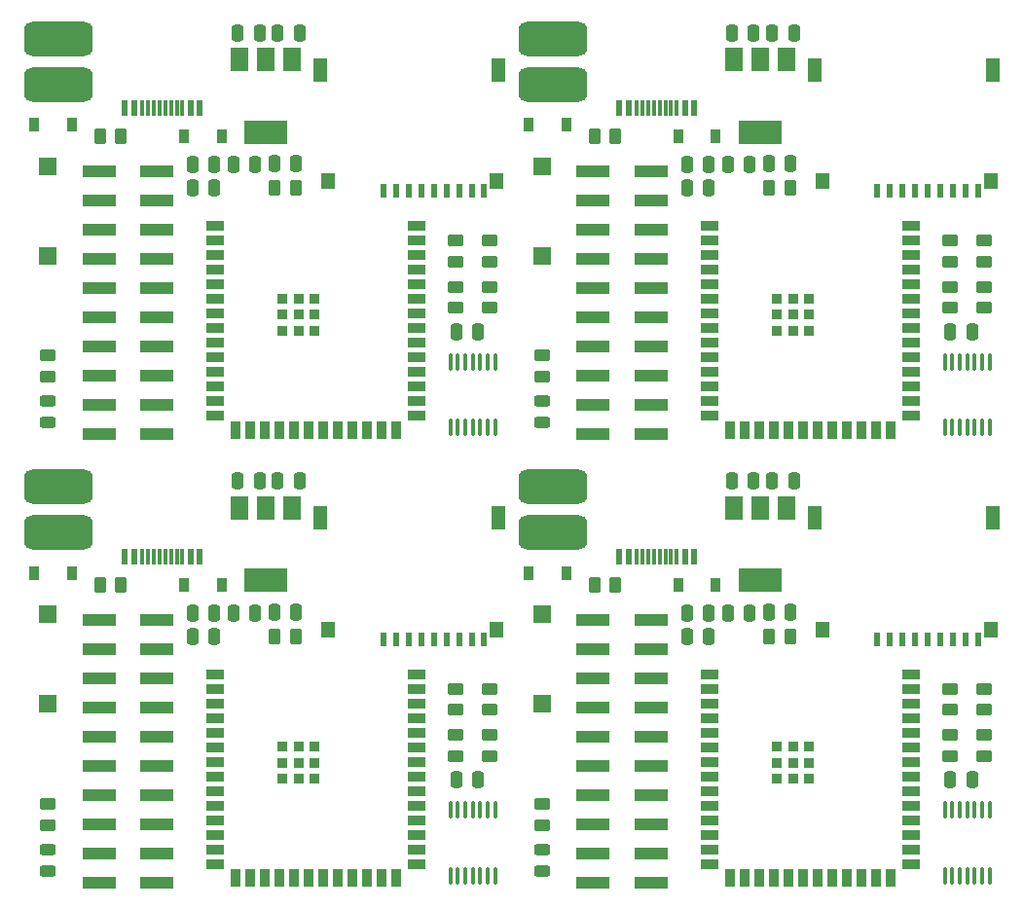
<source format=gbr>
%TF.GenerationSoftware,KiCad,Pcbnew,(6.0.7)*%
%TF.CreationDate,2023-02-26T08:18:57+08:00*%
%TF.ProjectId,Led_Control_Circuit_Panelization,4c65645f-436f-46e7-9472-6f6c5f436972,rev?*%
%TF.SameCoordinates,Original*%
%TF.FileFunction,Paste,Top*%
%TF.FilePolarity,Positive*%
%FSLAX46Y46*%
G04 Gerber Fmt 4.6, Leading zero omitted, Abs format (unit mm)*
G04 Created by KiCad (PCBNEW (6.0.7)) date 2023-02-26 08:18:57*
%MOMM*%
%LPD*%
G01*
G04 APERTURE LIST*
G04 Aperture macros list*
%AMRoundRect*
0 Rectangle with rounded corners*
0 $1 Rounding radius*
0 $2 $3 $4 $5 $6 $7 $8 $9 X,Y pos of 4 corners*
0 Add a 4 corners polygon primitive as box body*
4,1,4,$2,$3,$4,$5,$6,$7,$8,$9,$2,$3,0*
0 Add four circle primitives for the rounded corners*
1,1,$1+$1,$2,$3*
1,1,$1+$1,$4,$5*
1,1,$1+$1,$6,$7*
1,1,$1+$1,$8,$9*
0 Add four rect primitives between the rounded corners*
20,1,$1+$1,$2,$3,$4,$5,0*
20,1,$1+$1,$4,$5,$6,$7,0*
20,1,$1+$1,$6,$7,$8,$9,0*
20,1,$1+$1,$8,$9,$2,$3,0*%
G04 Aperture macros list end*
%ADD10R,0.600000X1.300000*%
%ADD11R,1.200000X1.400000*%
%ADD12R,1.200000X2.000000*%
%ADD13RoundRect,0.250000X-0.450000X0.262500X-0.450000X-0.262500X0.450000X-0.262500X0.450000X0.262500X0*%
%ADD14RoundRect,0.250000X-0.250000X-0.475000X0.250000X-0.475000X0.250000X0.475000X-0.250000X0.475000X0*%
%ADD15RoundRect,0.100000X0.100000X-0.637500X0.100000X0.637500X-0.100000X0.637500X-0.100000X-0.637500X0*%
%ADD16R,1.500000X2.000000*%
%ADD17R,3.800000X2.000000*%
%ADD18R,1.500000X0.900000*%
%ADD19R,0.900000X1.500000*%
%ADD20R,0.900000X0.900000*%
%ADD21RoundRect,0.250000X-0.262500X-0.450000X0.262500X-0.450000X0.262500X0.450000X-0.262500X0.450000X0*%
%ADD22R,1.500000X1.500000*%
%ADD23RoundRect,0.250000X0.250000X0.475000X-0.250000X0.475000X-0.250000X-0.475000X0.250000X-0.475000X0*%
%ADD24R,0.900000X1.200000*%
%ADD25RoundRect,0.243750X0.456250X-0.243750X0.456250X0.243750X-0.456250X0.243750X-0.456250X-0.243750X0*%
%ADD26R,0.600000X1.450000*%
%ADD27R,0.300000X1.450000*%
%ADD28RoundRect,0.750000X2.250000X-0.750000X2.250000X0.750000X-2.250000X0.750000X-2.250000X-0.750000X0*%
%ADD29RoundRect,0.250000X0.450000X-0.262500X0.450000X0.262500X-0.450000X0.262500X-0.450000X-0.262500X0*%
%ADD30R,3.000000X1.000000*%
G04 APERTURE END LIST*
D10*
%TO.C,Card4*%
X190199000Y-110776000D03*
X191299000Y-110776000D03*
X192399000Y-110776000D03*
X193499000Y-110776000D03*
X194599000Y-110776000D03*
X195699000Y-110776000D03*
X196799000Y-110776000D03*
X197899000Y-110776000D03*
X198999000Y-110776000D03*
D11*
X200099000Y-109926000D03*
D12*
X200260000Y-100224000D03*
X184740000Y-100224000D03*
D11*
X185419000Y-109926000D03*
%TD*%
D13*
%TO.C,R26*%
X196500000Y-115087500D03*
X196500000Y-116912500D03*
%TD*%
D14*
%TO.C,C26*%
X173622000Y-108469000D03*
X175522000Y-108469000D03*
%TD*%
D15*
%TO.C,U10*%
X196050000Y-131362500D03*
X196700000Y-131362500D03*
X197350000Y-131362500D03*
X198000000Y-131362500D03*
X198650000Y-131362500D03*
X199300000Y-131362500D03*
X199950000Y-131362500D03*
X199950000Y-125637500D03*
X199300000Y-125637500D03*
X198650000Y-125637500D03*
X198000000Y-125637500D03*
X197350000Y-125637500D03*
X196700000Y-125637500D03*
X196050000Y-125637500D03*
%TD*%
D13*
%TO.C,R28*%
X199500000Y-115087500D03*
X199500000Y-116912500D03*
%TD*%
D16*
%TO.C,U11*%
X182300000Y-99350000D03*
D17*
X180000000Y-105650000D03*
D16*
X180000000Y-99350000D03*
X177700000Y-99350000D03*
%TD*%
D18*
%TO.C,U12*%
X175601000Y-113798000D03*
X175601000Y-115068000D03*
X175601000Y-116338000D03*
X175601000Y-117608000D03*
X175601000Y-118878000D03*
X175601000Y-120148000D03*
X175601000Y-121418000D03*
X175601000Y-122688000D03*
X175601000Y-123958000D03*
X175601000Y-125228000D03*
X175601000Y-126498000D03*
X175601000Y-127768000D03*
X175601000Y-129038000D03*
X175601000Y-130308000D03*
D19*
X177366000Y-131558000D03*
X178636000Y-131558000D03*
X179906000Y-131558000D03*
X181176000Y-131558000D03*
X182446000Y-131558000D03*
X183716000Y-131558000D03*
X184986000Y-131558000D03*
X186256000Y-131558000D03*
X187526000Y-131558000D03*
X188796000Y-131558000D03*
X190066000Y-131558000D03*
X191336000Y-131558000D03*
D18*
X193101000Y-130308000D03*
X193101000Y-129038000D03*
X193101000Y-127768000D03*
X193101000Y-126498000D03*
X193101000Y-125228000D03*
X193101000Y-123958000D03*
X193101000Y-122688000D03*
X193101000Y-121418000D03*
X193101000Y-120148000D03*
X193101000Y-118878000D03*
X193101000Y-117608000D03*
X193101000Y-116338000D03*
X193101000Y-115068000D03*
X193101000Y-113798000D03*
D20*
X181451000Y-121518000D03*
X181451000Y-122918000D03*
X182851000Y-121518000D03*
X182851000Y-122918000D03*
X184251000Y-120118000D03*
X184251000Y-122918000D03*
X184251000Y-121518000D03*
X182851000Y-120118000D03*
X181451000Y-120118000D03*
%TD*%
D14*
%TO.C,C24*%
X181050000Y-97000000D03*
X182950000Y-97000000D03*
%TD*%
D21*
%TO.C,R22*%
X165587500Y-106000000D03*
X167412500Y-106000000D03*
%TD*%
D22*
%TO.C,SW4*%
X161000000Y-116400000D03*
X161000000Y-108600000D03*
%TD*%
D23*
%TO.C,C25*%
X179078000Y-108469000D03*
X177178000Y-108469000D03*
%TD*%
D14*
%TO.C,C22*%
X196550000Y-123000000D03*
X198450000Y-123000000D03*
%TD*%
D24*
%TO.C,D12*%
X163150000Y-105000000D03*
X159850000Y-105000000D03*
%TD*%
D25*
%TO.C,D11*%
X161000000Y-130937500D03*
X161000000Y-129062500D03*
%TD*%
D13*
%TO.C,R25*%
X199500000Y-119087500D03*
X199500000Y-120912500D03*
%TD*%
D21*
%TO.C,R24*%
X180771500Y-110501000D03*
X182596500Y-110501000D03*
%TD*%
D26*
%TO.C,J10*%
X174250000Y-103545000D03*
X173450000Y-103545000D03*
D27*
X172250000Y-103545000D03*
X171250000Y-103545000D03*
X170750000Y-103545000D03*
X169750000Y-103545000D03*
D26*
X168550000Y-103545000D03*
X167750000Y-103545000D03*
X167750000Y-103545000D03*
X168550000Y-103545000D03*
D27*
X169250000Y-103545000D03*
X170250000Y-103545000D03*
X171750000Y-103545000D03*
X172750000Y-103545000D03*
D26*
X173450000Y-103545000D03*
X174250000Y-103545000D03*
%TD*%
D14*
%TO.C,C28*%
X173622000Y-110501000D03*
X175522000Y-110501000D03*
%TD*%
D24*
%TO.C,D10*%
X176150000Y-106000000D03*
X172850000Y-106000000D03*
%TD*%
D28*
%TO.C,J11*%
X162000000Y-101500000D03*
X162000000Y-97500000D03*
%TD*%
D23*
%TO.C,C27*%
X182634000Y-108397000D03*
X180734000Y-108397000D03*
%TD*%
D29*
%TO.C,R23*%
X161000000Y-126912500D03*
X161000000Y-125087500D03*
%TD*%
D14*
%TO.C,C23*%
X177550000Y-97000000D03*
X179450000Y-97000000D03*
%TD*%
D13*
%TO.C,R27*%
X196500000Y-119087500D03*
X196500000Y-120912500D03*
%TD*%
D30*
%TO.C,J12*%
X170520000Y-109070000D03*
X165480000Y-109070000D03*
X170520000Y-111610000D03*
X165480000Y-111610000D03*
X170520000Y-114150000D03*
X165480000Y-114150000D03*
X170520000Y-116690000D03*
X165480000Y-116690000D03*
X170520000Y-119230000D03*
X165480000Y-119230000D03*
X170520000Y-121770000D03*
X165480000Y-121770000D03*
X170520000Y-124310000D03*
X165480000Y-124310000D03*
X170520000Y-126850000D03*
X165480000Y-126850000D03*
X170520000Y-129390000D03*
X165480000Y-129390000D03*
X170520000Y-131930000D03*
X165480000Y-131930000D03*
%TD*%
D10*
%TO.C,Card3*%
X147199000Y-110776000D03*
X148299000Y-110776000D03*
X149399000Y-110776000D03*
X150499000Y-110776000D03*
X151599000Y-110776000D03*
X152699000Y-110776000D03*
X153799000Y-110776000D03*
X154899000Y-110776000D03*
X155999000Y-110776000D03*
D11*
X157099000Y-109926000D03*
D12*
X157260000Y-100224000D03*
X141740000Y-100224000D03*
D11*
X142419000Y-109926000D03*
%TD*%
D13*
%TO.C,R19*%
X153500000Y-115087500D03*
X153500000Y-116912500D03*
%TD*%
D14*
%TO.C,C19*%
X130622000Y-108469000D03*
X132522000Y-108469000D03*
%TD*%
D15*
%TO.C,U7*%
X153050000Y-131362500D03*
X153700000Y-131362500D03*
X154350000Y-131362500D03*
X155000000Y-131362500D03*
X155650000Y-131362500D03*
X156300000Y-131362500D03*
X156950000Y-131362500D03*
X156950000Y-125637500D03*
X156300000Y-125637500D03*
X155650000Y-125637500D03*
X155000000Y-125637500D03*
X154350000Y-125637500D03*
X153700000Y-125637500D03*
X153050000Y-125637500D03*
%TD*%
D13*
%TO.C,R21*%
X156500000Y-115087500D03*
X156500000Y-116912500D03*
%TD*%
D16*
%TO.C,U8*%
X139300000Y-99350000D03*
D17*
X137000000Y-105650000D03*
D16*
X137000000Y-99350000D03*
X134700000Y-99350000D03*
%TD*%
D18*
%TO.C,U9*%
X132601000Y-113798000D03*
X132601000Y-115068000D03*
X132601000Y-116338000D03*
X132601000Y-117608000D03*
X132601000Y-118878000D03*
X132601000Y-120148000D03*
X132601000Y-121418000D03*
X132601000Y-122688000D03*
X132601000Y-123958000D03*
X132601000Y-125228000D03*
X132601000Y-126498000D03*
X132601000Y-127768000D03*
X132601000Y-129038000D03*
X132601000Y-130308000D03*
D19*
X134366000Y-131558000D03*
X135636000Y-131558000D03*
X136906000Y-131558000D03*
X138176000Y-131558000D03*
X139446000Y-131558000D03*
X140716000Y-131558000D03*
X141986000Y-131558000D03*
X143256000Y-131558000D03*
X144526000Y-131558000D03*
X145796000Y-131558000D03*
X147066000Y-131558000D03*
X148336000Y-131558000D03*
D18*
X150101000Y-130308000D03*
X150101000Y-129038000D03*
X150101000Y-127768000D03*
X150101000Y-126498000D03*
X150101000Y-125228000D03*
X150101000Y-123958000D03*
X150101000Y-122688000D03*
X150101000Y-121418000D03*
X150101000Y-120148000D03*
X150101000Y-118878000D03*
X150101000Y-117608000D03*
X150101000Y-116338000D03*
X150101000Y-115068000D03*
X150101000Y-113798000D03*
D20*
X138451000Y-121518000D03*
X138451000Y-122918000D03*
X139851000Y-121518000D03*
X139851000Y-122918000D03*
X141251000Y-120118000D03*
X141251000Y-122918000D03*
X141251000Y-121518000D03*
X139851000Y-120118000D03*
X138451000Y-120118000D03*
%TD*%
D14*
%TO.C,C17*%
X138050000Y-97000000D03*
X139950000Y-97000000D03*
%TD*%
D21*
%TO.C,R15*%
X122587500Y-106000000D03*
X124412500Y-106000000D03*
%TD*%
D22*
%TO.C,SW3*%
X118000000Y-116400000D03*
X118000000Y-108600000D03*
%TD*%
D23*
%TO.C,C18*%
X136078000Y-108469000D03*
X134178000Y-108469000D03*
%TD*%
D14*
%TO.C,C15*%
X153550000Y-123000000D03*
X155450000Y-123000000D03*
%TD*%
D24*
%TO.C,D9*%
X120150000Y-105000000D03*
X116850000Y-105000000D03*
%TD*%
D25*
%TO.C,D8*%
X118000000Y-130937500D03*
X118000000Y-129062500D03*
%TD*%
D13*
%TO.C,R18*%
X156500000Y-119087500D03*
X156500000Y-120912500D03*
%TD*%
D21*
%TO.C,R17*%
X137771500Y-110501000D03*
X139596500Y-110501000D03*
%TD*%
D26*
%TO.C,J7*%
X131250000Y-103545000D03*
X130450000Y-103545000D03*
D27*
X129250000Y-103545000D03*
X128250000Y-103545000D03*
X127750000Y-103545000D03*
X126750000Y-103545000D03*
D26*
X125550000Y-103545000D03*
X124750000Y-103545000D03*
X124750000Y-103545000D03*
X125550000Y-103545000D03*
D27*
X126250000Y-103545000D03*
X127250000Y-103545000D03*
X128750000Y-103545000D03*
X129750000Y-103545000D03*
D26*
X130450000Y-103545000D03*
X131250000Y-103545000D03*
%TD*%
D14*
%TO.C,C21*%
X130622000Y-110501000D03*
X132522000Y-110501000D03*
%TD*%
D24*
%TO.C,D7*%
X133150000Y-106000000D03*
X129850000Y-106000000D03*
%TD*%
D28*
%TO.C,J8*%
X119000000Y-101500000D03*
X119000000Y-97500000D03*
%TD*%
D23*
%TO.C,C20*%
X139634000Y-108397000D03*
X137734000Y-108397000D03*
%TD*%
D29*
%TO.C,R16*%
X118000000Y-126912500D03*
X118000000Y-125087500D03*
%TD*%
D14*
%TO.C,C16*%
X134550000Y-97000000D03*
X136450000Y-97000000D03*
%TD*%
D13*
%TO.C,R20*%
X153500000Y-119087500D03*
X153500000Y-120912500D03*
%TD*%
D30*
%TO.C,J9*%
X127520000Y-109070000D03*
X122480000Y-109070000D03*
X127520000Y-111610000D03*
X122480000Y-111610000D03*
X127520000Y-114150000D03*
X122480000Y-114150000D03*
X127520000Y-116690000D03*
X122480000Y-116690000D03*
X127520000Y-119230000D03*
X122480000Y-119230000D03*
X127520000Y-121770000D03*
X122480000Y-121770000D03*
X127520000Y-124310000D03*
X122480000Y-124310000D03*
X127520000Y-126850000D03*
X122480000Y-126850000D03*
X127520000Y-129390000D03*
X122480000Y-129390000D03*
X127520000Y-131930000D03*
X122480000Y-131930000D03*
%TD*%
D10*
%TO.C,Card2*%
X190199000Y-71776000D03*
X191299000Y-71776000D03*
X192399000Y-71776000D03*
X193499000Y-71776000D03*
X194599000Y-71776000D03*
X195699000Y-71776000D03*
X196799000Y-71776000D03*
X197899000Y-71776000D03*
X198999000Y-71776000D03*
D11*
X200099000Y-70926000D03*
D12*
X200260000Y-61224000D03*
X184740000Y-61224000D03*
D11*
X185419000Y-70926000D03*
%TD*%
D13*
%TO.C,R12*%
X196500000Y-76087500D03*
X196500000Y-77912500D03*
%TD*%
D14*
%TO.C,C12*%
X173622000Y-69469000D03*
X175522000Y-69469000D03*
%TD*%
D15*
%TO.C,U4*%
X196050000Y-92362500D03*
X196700000Y-92362500D03*
X197350000Y-92362500D03*
X198000000Y-92362500D03*
X198650000Y-92362500D03*
X199300000Y-92362500D03*
X199950000Y-92362500D03*
X199950000Y-86637500D03*
X199300000Y-86637500D03*
X198650000Y-86637500D03*
X198000000Y-86637500D03*
X197350000Y-86637500D03*
X196700000Y-86637500D03*
X196050000Y-86637500D03*
%TD*%
D13*
%TO.C,R14*%
X199500000Y-76087500D03*
X199500000Y-77912500D03*
%TD*%
D16*
%TO.C,U5*%
X182300000Y-60350000D03*
D17*
X180000000Y-66650000D03*
D16*
X180000000Y-60350000D03*
X177700000Y-60350000D03*
%TD*%
D18*
%TO.C,U6*%
X175601000Y-74798000D03*
X175601000Y-76068000D03*
X175601000Y-77338000D03*
X175601000Y-78608000D03*
X175601000Y-79878000D03*
X175601000Y-81148000D03*
X175601000Y-82418000D03*
X175601000Y-83688000D03*
X175601000Y-84958000D03*
X175601000Y-86228000D03*
X175601000Y-87498000D03*
X175601000Y-88768000D03*
X175601000Y-90038000D03*
X175601000Y-91308000D03*
D19*
X177366000Y-92558000D03*
X178636000Y-92558000D03*
X179906000Y-92558000D03*
X181176000Y-92558000D03*
X182446000Y-92558000D03*
X183716000Y-92558000D03*
X184986000Y-92558000D03*
X186256000Y-92558000D03*
X187526000Y-92558000D03*
X188796000Y-92558000D03*
X190066000Y-92558000D03*
X191336000Y-92558000D03*
D18*
X193101000Y-91308000D03*
X193101000Y-90038000D03*
X193101000Y-88768000D03*
X193101000Y-87498000D03*
X193101000Y-86228000D03*
X193101000Y-84958000D03*
X193101000Y-83688000D03*
X193101000Y-82418000D03*
X193101000Y-81148000D03*
X193101000Y-79878000D03*
X193101000Y-78608000D03*
X193101000Y-77338000D03*
X193101000Y-76068000D03*
X193101000Y-74798000D03*
D20*
X181451000Y-82518000D03*
X181451000Y-83918000D03*
X182851000Y-82518000D03*
X182851000Y-83918000D03*
X184251000Y-81118000D03*
X184251000Y-83918000D03*
X184251000Y-82518000D03*
X182851000Y-81118000D03*
X181451000Y-81118000D03*
%TD*%
D14*
%TO.C,C10*%
X181050000Y-58000000D03*
X182950000Y-58000000D03*
%TD*%
D21*
%TO.C,R8*%
X165587500Y-67000000D03*
X167412500Y-67000000D03*
%TD*%
D22*
%TO.C,SW2*%
X161000000Y-77400000D03*
X161000000Y-69600000D03*
%TD*%
D23*
%TO.C,C11*%
X179078000Y-69469000D03*
X177178000Y-69469000D03*
%TD*%
D14*
%TO.C,C8*%
X196550000Y-84000000D03*
X198450000Y-84000000D03*
%TD*%
D24*
%TO.C,D6*%
X163150000Y-66000000D03*
X159850000Y-66000000D03*
%TD*%
D25*
%TO.C,D5*%
X161000000Y-91937500D03*
X161000000Y-90062500D03*
%TD*%
D13*
%TO.C,R11*%
X199500000Y-80087500D03*
X199500000Y-81912500D03*
%TD*%
D21*
%TO.C,R10*%
X180771500Y-71501000D03*
X182596500Y-71501000D03*
%TD*%
D26*
%TO.C,J4*%
X174250000Y-64545000D03*
X173450000Y-64545000D03*
D27*
X172250000Y-64545000D03*
X171250000Y-64545000D03*
X170750000Y-64545000D03*
X169750000Y-64545000D03*
D26*
X168550000Y-64545000D03*
X167750000Y-64545000D03*
X167750000Y-64545000D03*
X168550000Y-64545000D03*
D27*
X169250000Y-64545000D03*
X170250000Y-64545000D03*
X171750000Y-64545000D03*
X172750000Y-64545000D03*
D26*
X173450000Y-64545000D03*
X174250000Y-64545000D03*
%TD*%
D14*
%TO.C,C14*%
X173622000Y-71501000D03*
X175522000Y-71501000D03*
%TD*%
D24*
%TO.C,D4*%
X176150000Y-67000000D03*
X172850000Y-67000000D03*
%TD*%
D28*
%TO.C,J5*%
X162000000Y-62500000D03*
X162000000Y-58500000D03*
%TD*%
D23*
%TO.C,C13*%
X182634000Y-69397000D03*
X180734000Y-69397000D03*
%TD*%
D29*
%TO.C,R9*%
X161000000Y-87912500D03*
X161000000Y-86087500D03*
%TD*%
D14*
%TO.C,C9*%
X177550000Y-58000000D03*
X179450000Y-58000000D03*
%TD*%
D13*
%TO.C,R13*%
X196500000Y-80087500D03*
X196500000Y-81912500D03*
%TD*%
D30*
%TO.C,J6*%
X170520000Y-70070000D03*
X165480000Y-70070000D03*
X170520000Y-72610000D03*
X165480000Y-72610000D03*
X170520000Y-75150000D03*
X165480000Y-75150000D03*
X170520000Y-77690000D03*
X165480000Y-77690000D03*
X170520000Y-80230000D03*
X165480000Y-80230000D03*
X170520000Y-82770000D03*
X165480000Y-82770000D03*
X170520000Y-85310000D03*
X165480000Y-85310000D03*
X170520000Y-87850000D03*
X165480000Y-87850000D03*
X170520000Y-90390000D03*
X165480000Y-90390000D03*
X170520000Y-92930000D03*
X165480000Y-92930000D03*
%TD*%
D10*
%TO.C,Card1*%
X147199000Y-71776000D03*
X148299000Y-71776000D03*
X149399000Y-71776000D03*
X150499000Y-71776000D03*
X151599000Y-71776000D03*
X152699000Y-71776000D03*
X153799000Y-71776000D03*
X154899000Y-71776000D03*
X155999000Y-71776000D03*
D11*
X157099000Y-70926000D03*
D12*
X157260000Y-61224000D03*
X141740000Y-61224000D03*
D11*
X142419000Y-70926000D03*
%TD*%
D13*
%TO.C,R5*%
X153500000Y-76087500D03*
X153500000Y-77912500D03*
%TD*%
D18*
%TO.C,U3*%
X132601000Y-74798000D03*
X132601000Y-76068000D03*
X132601000Y-77338000D03*
X132601000Y-78608000D03*
X132601000Y-79878000D03*
X132601000Y-81148000D03*
X132601000Y-82418000D03*
X132601000Y-83688000D03*
X132601000Y-84958000D03*
X132601000Y-86228000D03*
X132601000Y-87498000D03*
X132601000Y-88768000D03*
X132601000Y-90038000D03*
X132601000Y-91308000D03*
D19*
X134366000Y-92558000D03*
X135636000Y-92558000D03*
X136906000Y-92558000D03*
X138176000Y-92558000D03*
X139446000Y-92558000D03*
X140716000Y-92558000D03*
X141986000Y-92558000D03*
X143256000Y-92558000D03*
X144526000Y-92558000D03*
X145796000Y-92558000D03*
X147066000Y-92558000D03*
X148336000Y-92558000D03*
D18*
X150101000Y-91308000D03*
X150101000Y-90038000D03*
X150101000Y-88768000D03*
X150101000Y-87498000D03*
X150101000Y-86228000D03*
X150101000Y-84958000D03*
X150101000Y-83688000D03*
X150101000Y-82418000D03*
X150101000Y-81148000D03*
X150101000Y-79878000D03*
X150101000Y-78608000D03*
X150101000Y-77338000D03*
X150101000Y-76068000D03*
X150101000Y-74798000D03*
D20*
X138451000Y-82518000D03*
X138451000Y-83918000D03*
X139851000Y-82518000D03*
X139851000Y-83918000D03*
X141251000Y-81118000D03*
X141251000Y-83918000D03*
X141251000Y-82518000D03*
X139851000Y-81118000D03*
X138451000Y-81118000D03*
%TD*%
D14*
%TO.C,C5*%
X130622000Y-69469000D03*
X132522000Y-69469000D03*
%TD*%
D15*
%TO.C,U1*%
X153050000Y-92362500D03*
X153700000Y-92362500D03*
X154350000Y-92362500D03*
X155000000Y-92362500D03*
X155650000Y-92362500D03*
X156300000Y-92362500D03*
X156950000Y-92362500D03*
X156950000Y-86637500D03*
X156300000Y-86637500D03*
X155650000Y-86637500D03*
X155000000Y-86637500D03*
X154350000Y-86637500D03*
X153700000Y-86637500D03*
X153050000Y-86637500D03*
%TD*%
D14*
%TO.C,C3*%
X138050000Y-58000000D03*
X139950000Y-58000000D03*
%TD*%
D16*
%TO.C,U2*%
X139300000Y-60350000D03*
D17*
X137000000Y-66650000D03*
D16*
X137000000Y-60350000D03*
X134700000Y-60350000D03*
%TD*%
D13*
%TO.C,R7*%
X156500000Y-76087500D03*
X156500000Y-77912500D03*
%TD*%
D14*
%TO.C,C1*%
X153550000Y-84000000D03*
X155450000Y-84000000D03*
%TD*%
D23*
%TO.C,C4*%
X136078000Y-69469000D03*
X134178000Y-69469000D03*
%TD*%
D22*
%TO.C,SW1*%
X118000000Y-77400000D03*
X118000000Y-69600000D03*
%TD*%
D21*
%TO.C,R1*%
X122587500Y-67000000D03*
X124412500Y-67000000D03*
%TD*%
D24*
%TO.C,D1*%
X133150000Y-67000000D03*
X129850000Y-67000000D03*
%TD*%
D14*
%TO.C,C2*%
X134550000Y-58000000D03*
X136450000Y-58000000D03*
%TD*%
%TO.C,C7*%
X130622000Y-71501000D03*
X132522000Y-71501000D03*
%TD*%
D26*
%TO.C,J1*%
X131250000Y-64545000D03*
X130450000Y-64545000D03*
D27*
X129250000Y-64545000D03*
X128250000Y-64545000D03*
X127750000Y-64545000D03*
X126750000Y-64545000D03*
D26*
X125550000Y-64545000D03*
X124750000Y-64545000D03*
X124750000Y-64545000D03*
X125550000Y-64545000D03*
D27*
X126250000Y-64545000D03*
X127250000Y-64545000D03*
X128750000Y-64545000D03*
X129750000Y-64545000D03*
D26*
X130450000Y-64545000D03*
X131250000Y-64545000D03*
%TD*%
D23*
%TO.C,C6*%
X139634000Y-69397000D03*
X137734000Y-69397000D03*
%TD*%
D13*
%TO.C,R6*%
X153500000Y-80087500D03*
X153500000Y-81912500D03*
%TD*%
D28*
%TO.C,J2*%
X119000000Y-62500000D03*
X119000000Y-58500000D03*
%TD*%
D30*
%TO.C,J3*%
X127520000Y-70070000D03*
X122480000Y-70070000D03*
X127520000Y-72610000D03*
X122480000Y-72610000D03*
X127520000Y-75150000D03*
X122480000Y-75150000D03*
X127520000Y-77690000D03*
X122480000Y-77690000D03*
X127520000Y-80230000D03*
X122480000Y-80230000D03*
X127520000Y-82770000D03*
X122480000Y-82770000D03*
X127520000Y-85310000D03*
X122480000Y-85310000D03*
X127520000Y-87850000D03*
X122480000Y-87850000D03*
X127520000Y-90390000D03*
X122480000Y-90390000D03*
X127520000Y-92930000D03*
X122480000Y-92930000D03*
%TD*%
D29*
%TO.C,R2*%
X118000000Y-87912500D03*
X118000000Y-86087500D03*
%TD*%
D13*
%TO.C,R4*%
X156500000Y-80087500D03*
X156500000Y-81912500D03*
%TD*%
D21*
%TO.C,R3*%
X137771500Y-71501000D03*
X139596500Y-71501000D03*
%TD*%
D24*
%TO.C,D3*%
X120150000Y-66000000D03*
X116850000Y-66000000D03*
%TD*%
D25*
%TO.C,D2*%
X118000000Y-91937500D03*
X118000000Y-90062500D03*
%TD*%
M02*

</source>
